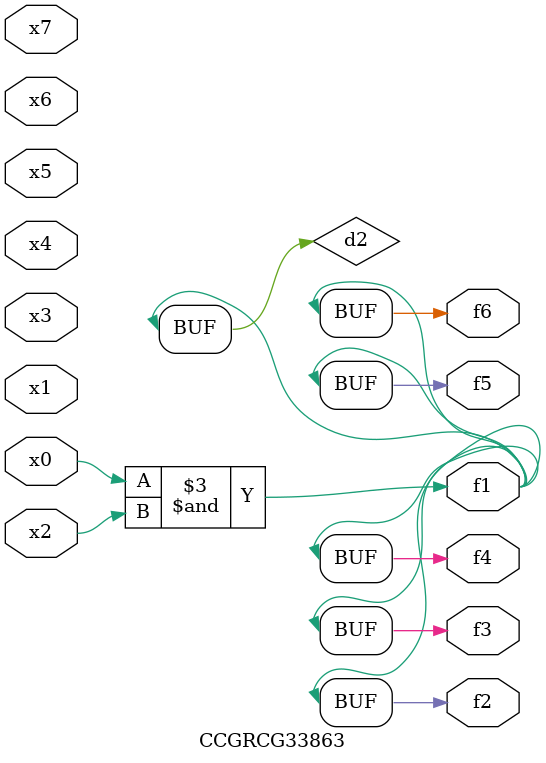
<source format=v>
module CCGRCG33863(
	input x0, x1, x2, x3, x4, x5, x6, x7,
	output f1, f2, f3, f4, f5, f6
);

	wire d1, d2;

	nor (d1, x3, x6);
	and (d2, x0, x2);
	assign f1 = d2;
	assign f2 = d2;
	assign f3 = d2;
	assign f4 = d2;
	assign f5 = d2;
	assign f6 = d2;
endmodule

</source>
